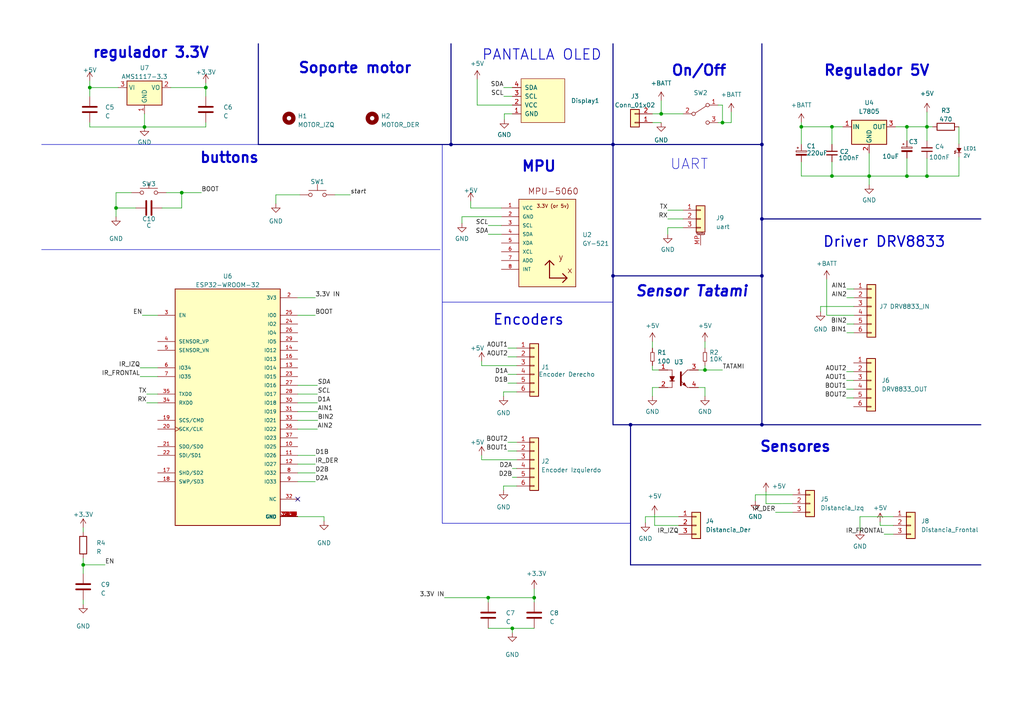
<source format=kicad_sch>
(kicad_sch (version 20230121) (generator eeschema)
  (paper "A4")
  (lib_symbols
    (symbol "+5V_1" (power) (pin_names (offset 0))
      (property "Value" "+5V_1" (at 0 3.556 0))
      (symbol "+5V_1_0_1"
        (polyline (pts (xy -0.762 1.27) (xy 0 2.54)))
        (polyline (pts (xy 0 0) (xy 0 2.54)))
        (polyline (pts (xy 0 2.54) (xy 0.762 1.27)))
      )
      (symbol "+5V_1_1_1"
        (pin power_in line (at 0 0 90) (length 0) hide (name "+5V") (number "1"))
      )
    )
    (symbol "+5V_2" (power) (pin_names (offset 0))
      (property "Value" "+5V_2" (at 0 3.556 0))
      (symbol "+5V_2_0_1"
        (polyline (pts (xy -0.762 1.27) (xy 0 2.54)))
        (polyline (pts (xy 0 0) (xy 0 2.54)))
        (polyline (pts (xy 0 2.54) (xy 0.762 1.27)))
      )
      (symbol "+5V_2_1_1"
        (pin power_in line (at 0 0 90) (length 0) hide (name "+5V") (number "1"))
      )
    )
    (symbol "Connector_Generic:Conn_01x02" (pin_names (offset 1.016) hide)
      (property "Reference" "J" (at 0 2.54 0))
      (property "Value" "Conn_01x02" (at 0 -5.08 0))
      (symbol "Conn_01x02_1_1"
        (rectangle (start -1.27 -2.413) (end 0 -2.667) (stroke (width 0.1524)))
        (rectangle (start -1.27 0.127) (end 0 -0.127) (stroke (width 0.1524)))
        (rectangle (start -1.27 1.27) (end 1.27 -3.81) (stroke (width 0.254)) (fill (type background)))
        (pin passive line (at -5.08 0 0) (length 3.81) (name "Pin_1") (number "1"))
        (pin passive line (at -5.08 -2.54 0) (length 3.81) (name "Pin_2") (number "2"))
      )
    )
    (symbol "Connector_Generic:Conn_01x03" (pin_names (offset 1.016) hide)
      (property "Reference" "J" (at 0 5.08 0))
      (property "Value" "Conn_01x03" (at 0 -5.08 0))
      (symbol "Conn_01x03_1_1"
        (rectangle (start -1.27 -2.413) (end 0 -2.667) (stroke (width 0.1524)))
        (rectangle (start -1.27 0.127) (end 0 -0.127) (stroke (width 0.1524)))
        (rectangle (start -1.27 2.667) (end 0 2.413) (stroke (width 0.1524)))
        (rectangle (start -1.27 3.81) (end 1.27 -3.81) (stroke (width 0.254)) (fill (type background)))
        (pin passive line (at -5.08 2.54 0) (length 3.81) (name "Pin_1") (number "1"))
        (pin passive line (at -5.08 0 0) (length 3.81) (name "Pin_2") (number "2"))
        (pin passive line (at -5.08 -2.54 0) (length 3.81) (name "Pin_3") (number "3"))
      )
    )
    (symbol "Connector_Generic:Conn_01x06" (pin_names (offset 1.016) hide)
      (property "Reference" "J" (at 0 7.62 0))
      (property "Value" "Conn_01x06" (at 0 -10.16 0))
      (symbol "Conn_01x06_1_1"
        (rectangle (start -1.27 -7.493) (end 0 -7.747) (stroke (width 0.1524)))
        (rectangle (start -1.27 -4.953) (end 0 -5.207) (stroke (width 0.1524)))
        (rectangle (start -1.27 -2.413) (end 0 -2.667) (stroke (width 0.1524)))
        (rectangle (start -1.27 0.127) (end 0 -0.127) (stroke (width 0.1524)))
        (rectangle (start -1.27 2.667) (end 0 2.413) (stroke (width 0.1524)))
        (rectangle (start -1.27 5.207) (end 0 4.953) (stroke (width 0.1524)))
        (rectangle (start -1.27 6.35) (end 1.27 -8.89) (stroke (width 0.254)) (fill (type background)))
        (pin passive line (at -5.08 5.08 0) (length 3.81) (name "Pin_1") (number "1"))
        (pin passive line (at -5.08 2.54 0) (length 3.81) (name "Pin_2") (number "2"))
        (pin passive line (at -5.08 0 0) (length 3.81) (name "Pin_3") (number "3"))
        (pin passive line (at -5.08 -2.54 0) (length 3.81) (name "Pin_4") (number "4"))
        (pin passive line (at -5.08 -5.08 0) (length 3.81) (name "Pin_5") (number "5"))
        (pin passive line (at -5.08 -7.62 0) (length 3.81) (name "Pin_6") (number "6"))
      )
    )
    (symbol "Connector_Generic_MountingPin:Conn_01x03_MountingPin" (pin_names (offset 1.016) hide)
      (property "Reference" "J" (at 0 5.08 0))
      (property "Value" "Conn_01x03_MountingPin" (at 1.27 -5.08 0))
      (symbol "Conn_01x03_MountingPin_1_1"
        (rectangle (start -1.27 -2.413) (end 0 -2.667) (stroke (width 0.1524)))
        (rectangle (start -1.27 0.127) (end 0 -0.127) (stroke (width 0.1524)))
        (rectangle (start -1.27 2.667) (end 0 2.413) (stroke (width 0.1524)))
        (rectangle (start -1.27 3.81) (end 1.27 -3.81) (stroke (width 0.254)) (fill (type background)))
        (polyline (pts (xy -1.016 -4.572) (xy 1.016 -4.572)) (stroke (width 0.1524)))
        (text "Mounting" (at 0 -4.191 0) (effects (font (size 0.381 0.381))))
        (pin passive line (at -5.08 2.54 0) (length 3.81) (name "Pin_1") (number "1"))
        (pin passive line (at -5.08 0 0) (length 3.81) (name "Pin_2") (number "2"))
        (pin passive line (at -5.08 -2.54 0) (length 3.81) (name "Pin_3") (number "3"))
        (pin passive line (at 0 -7.62 90) (length 3.048) (name "MountPin") (number "MP"))
      )
    )
    (symbol "Device:C" (pin_numbers hide) (pin_names (offset 0.254))
      (property "Reference" "C" (at 0.635 2.54 0))
      (property "Value" "C" (at 0.635 -2.54 0))
      (symbol "C_0_1"
        (polyline (pts (xy -2.032 -0.762) (xy 2.032 -0.762)) (stroke (width 0.508)))
        (polyline (pts (xy -2.032 0.762) (xy 2.032 0.762)) (stroke (width 0.508)))
      )
      (symbol "C_1_1"
        (pin passive line (at 0 3.81 270) (length 2.794) (name "~") (number "1"))
        (pin passive line (at 0 -3.81 90) (length 2.794) (name "~") (number "2"))
      )
    )
    (symbol "Device:C_Polarized_Small" (pin_numbers hide) (pin_names (offset 0.254) hide)
      (property "Reference" "C" (at 0.254 1.778 0))
      (property "Value" "C_Polarized_Small" (at 0.254 -2.032 0))
      (symbol "C_Polarized_Small_0_1"
        (rectangle (start -1.524 -0.3048) (end 1.524 -0.6858) (fill (type outline)))
        (rectangle (start -1.524 0.6858) (end 1.524 0.3048))
        (polyline (pts (xy -1.27 1.524) (xy -0.762 1.524)))
        (polyline (pts (xy -1.016 1.27) (xy -1.016 1.778)))
      )
      (symbol "C_Polarized_Small_1_1"
        (pin passive line (at 0 2.54 270) (length 1.8542) (name "~") (number "1"))
        (pin passive line (at 0 -2.54 90) (length 1.8542) (name "~") (number "2"))
      )
    )
    (symbol "Device:C_Small" (pin_numbers hide) (pin_names (offset 0.254) hide)
      (property "Reference" "C" (at 0.254 1.778 0))
      (property "Value" "C_Small" (at 0.254 -2.032 0))
      (symbol "C_Small_0_1"
        (polyline (pts (xy -1.524 -0.508) (xy 1.524 -0.508)) (stroke (width 0.3302)))
        (polyline (pts (xy -1.524 0.508) (xy 1.524 0.508)) (stroke (width 0.3048)))
      )
      (symbol "C_Small_1_1"
        (pin passive line (at 0 2.54 270) (length 2.032) (name "~") (number "1"))
        (pin passive line (at 0 -2.54 90) (length 2.032) (name "~") (number "2"))
      )
    )
    (symbol "Device:R" (pin_numbers hide) (pin_names (offset 0))
      (property "Reference" "R" (at 2.032 0 90))
      (property "Value" "R" (at 0 0 90))
      (symbol "R_0_1"
        (rectangle (start -1.016 -2.54) (end 1.016 2.54) (stroke (width 0.254)))
      )
      (symbol "R_1_1"
        (pin passive line (at 0 3.81 270) (length 1.27) (name "~") (number "1"))
        (pin passive line (at 0 -3.81 90) (length 1.27) (name "~") (number "2"))
      )
    )
    (symbol "EESTN5:Conn_01x06" (pin_names (offset 1.016) hide)
      (property "Reference" "J" (at 0 7.62 0))
      (property "Value" "Conn_01x06" (at 0 -10.16 0))
      (symbol "Conn_01x06_1_1"
        (rectangle (start -1.27 -7.493) (end 0 -7.747) (stroke (width 0.1524)))
        (rectangle (start -1.27 -4.953) (end 0 -5.207) (stroke (width 0.1524)))
        (rectangle (start -1.27 -2.413) (end 0 -2.667) (stroke (width 0.1524)))
        (rectangle (start -1.27 0.127) (end 0 -0.127) (stroke (width 0.1524)))
        (rectangle (start -1.27 2.667) (end 0 2.413) (stroke (width 0.1524)))
        (rectangle (start -1.27 5.207) (end 0 4.953) (stroke (width 0.1524)))
        (rectangle (start -1.27 6.35) (end 1.27 -8.89) (stroke (width 0.254)) (fill (type background)))
        (pin passive line (at -5.08 5.08 0) (length 3.81) (name "Pin_1") (number "1"))
        (pin passive line (at -5.08 2.54 0) (length 3.81) (name "Pin_2") (number "2"))
        (pin passive line (at -5.08 0 0) (length 3.81) (name "Pin_3") (number "3"))
        (pin passive line (at -5.08 -2.54 0) (length 3.81) (name "Pin_4") (number "4"))
        (pin passive line (at -5.08 -5.08 0) (length 3.81) (name "Pin_5") (number "5"))
        (pin passive line (at -5.08 -7.62 0) (length 3.81) (name "Pin_6") (number "6"))
      )
    )
    (symbol "EESTN5:LED" (pin_numbers hide) (pin_names (offset 1.016) hide)
      (property "Reference" "LED" (at 0 2.54 0))
      (property "Value" "LED" (at 0 -2.54 0))
      (symbol "LED_0_1"
        (polyline (pts (xy 0.508 -0.762) (xy 1.016 -1.27) (xy 1.016 -1.27)))
        (polyline (pts (xy 1.016 -0.762) (xy 1.524 -1.27) (xy 1.524 -1.27)))
        (polyline (pts (xy 1.27 -0.635) (xy 1.27 0.635) (xy 1.27 0.635)))
        (polyline (pts (xy 1.27 0) (xy 0 0.635) (xy 0 -0.635) (xy 0 -0.635)) (fill (type outline)))
        (polyline (pts (xy 1.524 -1.27) (xy 1.27 -1.27) (xy 1.524 -1.016) (xy 1.524 -1.27) (xy 1.524 -1.27)) (fill (type outline)))
        (polyline (pts (xy 1.016 -1.27) (xy 0.762 -1.27) (xy 1.016 -1.016) (xy 1.016 -1.27) (xy 1.016 -1.27) (xy 1.016 -1.27)) (fill (type outline)))
      )
      (symbol "LED_1_1"
        (pin passive line (at -1.27 0 0) (length 1.27) (name "A") (number "1"))
        (pin passive line (at 2.54 0 180) (length 1.27) (name "K") (number "2"))
      )
    )
    (symbol "EESTN5:QRE1113" (pin_names (offset 1.016))
      (property "Reference" "U" (at -5.08 5.08 0))
      (property "Datasheet" "https://www.fairchildsemi.com/products/optoelectronics/infrared/reflective-sensors/QRE1113.html" (at -1.27 0 0))
      (symbol "QRE1113_0_1"
        (rectangle (start -2.54 -2.54) (end -1.27 -2.54))
        (rectangle (start -2.54 2.54) (end -1.27 2.54))
        (rectangle (start -1.27 -2.54) (end -1.27 0))
        (rectangle (start -1.27 1.27) (end -1.27 0))
        (rectangle (start -1.27 2.54) (end -1.27 1.27))
        (polyline (pts (xy -1.905 -0.635) (xy -0.635 -0.635)) (stroke (width 0.254)))
        (polyline (pts (xy 1.27 0.635) (xy 3.175 2.54)))
        (polyline (pts (xy 3.175 -2.54) (xy 1.27 -0.635)) (fill (type outline)))
        (polyline (pts (xy 3.175 -2.54) (xy 3.81 -2.54)))
        (polyline (pts (xy 3.175 2.54) (xy 3.81 2.54)))
        (polyline (pts (xy 1.27 1.905) (xy 1.27 -1.905) (xy 1.27 -1.905)) (stroke (width 0.508)))
        (polyline (pts (xy -1.27 -0.635) (xy -1.905 0.635) (xy -0.635 0.635) (xy -1.27 -0.635)) (stroke (width 0.254)) (fill (type outline)))
        (polyline (pts (xy 1.778 -1.651) (xy 2.286 -1.143) (xy 2.794 -2.159) (xy 1.778 -1.651) (xy 1.778 -1.651)) (fill (type outline)))
      )
      (symbol "QRE1113_1_1"
        (pin passive line (at -5.08 2.54 0) (length 2.54) (name "~") (number "1"))
        (pin passive line (at -5.08 -2.54 0) (length 2.54) (name "~") (number "2"))
        (pin passive line (at 6.35 2.54 180) (length 2.54) (name "~") (number "3"))
        (pin passive line (at 6.35 -2.54 180) (length 2.54) (name "~") (number "4"))
      )
    )
    (symbol "EESTN5:R" (pin_numbers hide) (pin_names (offset 0))
      (property "Reference" "R" (at -1.27 0 90))
      (property "Value" "R" (at 1.27 0 90))
      (symbol "R_0_1"
        (rectangle (start 0.508 1.27) (end -0.508 -1.27))
      )
      (symbol "R_1_1"
        (pin passive line (at 0 2.54 270) (length 1.27) (name "~") (number "1"))
        (pin passive line (at 0 -2.54 90) (length 1.27) (name "~") (number "2"))
      )
    )
    (symbol "EESTN5:SSD1306-SSD1306-128x64_OLED" (pin_names (offset 1.016))
      (property "Reference" "Display" (at 0 -3.81 0))
      (symbol "SSD1306-SSD1306-128x64_OLED_0_1"
        (rectangle (start -6.35 6.35) (end 6.35 -6.35) (fill (type background)))
      )
      (symbol "SSD1306-SSD1306-128x64_OLED_1_1"
        (pin input line (at -3.81 8.89 270) (length 2.54) (name "GND") (number "1"))
        (pin input line (at -1.27 8.89 270) (length 2.54) (name "VCC") (number "2"))
        (pin input line (at 1.27 8.89 270) (length 2.54) (name "SCL") (number "3"))
        (pin input line (at 3.81 8.89 270) (length 2.54) (name "SDA") (number "4"))
      )
    )
    (symbol "EESTN5:SW_Push" (pin_numbers hide) (pin_names (offset 1.016) hide)
      (property "Reference" "SW" (at 1.27 2.54 0))
      (symbol "SW_Push_0_1"
        (circle (center -2.032 0) (radius 0.508))
        (polyline (pts (xy 0 1.27) (xy 0 3.048)))
        (polyline (pts (xy 2.54 1.27) (xy -2.54 1.27)))
        (circle (center 2.032 0) (radius 0.508))
        (pin passive line (at -5.08 0 0) (length 2.54) (name "1") (number "1"))
        (pin passive line (at 5.08 0 180) (length 2.54) (name "2") (number "2"))
      )
    )
    (symbol "EESTN5:SW_SPDT" (pin_names (offset 0) hide)
      (property "Reference" "SW" (at 0 4.318 0))
      (symbol "SW_SPDT_0_0"
        (circle (center -2.032 0) (radius 0.508))
        (circle (center 2.032 -2.54) (radius 0.508))
      )
      (symbol "SW_SPDT_0_1"
        (polyline (pts (xy -1.524 0.254) (xy 1.651 2.286)))
        (circle (center 2.032 2.54) (radius 0.508))
      )
      (symbol "SW_SPDT_1_1"
        (pin passive line (at 5.08 2.54 180) (length 2.54) (name "A") (number "1"))
        (pin passive line (at -5.08 0 0) (length 2.54) (name "B") (number "2"))
        (pin passive line (at 5.08 -2.54 180) (length 2.54) (name "C") (number "3"))
      )
    )
    (symbol "ESP32-WROOM-32:ESP32-WROOM-32" (pin_names (offset 1.016))
      (property "Reference" "U" (at -15.0368 36.6776 0))
      (property "Value" "ESP32-WROOM-32" (at -15.2908 -35.6616 0))
      (symbol "ESP32-WROOM-32_0_0"
        (rectangle (start -15.24 -33.02) (end 15.24 35.56) (stroke (width 0.254)) (fill (type background)))
        (pin power_in line (at 20.32 -30.48 180) (length 5.08) (name "GND") (number "1"))
        (pin bidirectional line (at 20.32 -10.16 180) (length 5.08) (name "IO25") (number "10"))
        (pin bidirectional line (at 20.32 -12.7 180) (length 5.08) (name "IO26") (number "11"))
        (pin bidirectional line (at 20.32 -15.24 180) (length 5.08) (name "IO27") (number "12"))
        (pin bidirectional line (at 20.32 12.7 180) (length 5.08) (name "IO14") (number "13"))
        (pin bidirectional line (at 20.32 17.78 180) (length 5.08) (name "IO12") (number "14"))
        (pin power_in line (at 20.32 -30.48 180) (length 5.08) (name "GND") (number "15"))
        (pin bidirectional line (at 20.32 15.24 180) (length 5.08) (name "IO13") (number "16"))
        (pin bidirectional line (at -20.32 -17.78 0) (length 5.08) (name "SHD/SD2") (number "17"))
        (pin bidirectional line (at -20.32 -20.32 0) (length 5.08) (name "SWP/SD3") (number "18"))
        (pin bidirectional line (at -20.32 -2.54 0) (length 5.08) (name "SCS/CMD") (number "19"))
        (pin power_in line (at 20.32 33.02 180) (length 5.08) (name "3V3") (number "2"))
        (pin bidirectional clock (at -20.32 -5.08 0) (length 5.08) (name "SCK/CLK") (number "20"))
        (pin bidirectional line (at -20.32 -10.16 0) (length 5.08) (name "SDO/SD0") (number "21"))
        (pin bidirectional line (at -20.32 -12.7 0) (length 5.08) (name "SDI/SD1") (number "22"))
        (pin bidirectional line (at 20.32 10.16 180) (length 5.08) (name "IO15") (number "23"))
        (pin bidirectional line (at 20.32 25.4 180) (length 5.08) (name "IO2") (number "24"))
        (pin bidirectional line (at 20.32 27.94 180) (length 5.08) (name "IO0") (number "25"))
        (pin bidirectional line (at 20.32 22.86 180) (length 5.08) (name "IO4") (number "26"))
        (pin bidirectional line (at 20.32 7.62 180) (length 5.08) (name "IO16") (number "27"))
        (pin bidirectional line (at 20.32 5.08 180) (length 5.08) (name "IO17") (number "28"))
        (pin bidirectional line (at 20.32 20.32 180) (length 5.08) (name "IO5") (number "29"))
        (pin input line (at -20.32 27.94 0) (length 5.08) (name "EN") (number "3"))
        (pin bidirectional line (at 20.32 2.54 180) (length 5.08) (name "IO18") (number "30"))
        (pin bidirectional line (at 20.32 0 180) (length 5.08) (name "IO19") (number "31"))
        (pin no_connect line (at 20.32 -25.4 180) (length 5.08) (name "NC") (number "32"))
        (pin bidirectional line (at 20.32 -2.54 180) (length 5.08) (name "IO21") (number "33"))
        (pin bidirectional line (at -20.32 2.54 0) (length 5.08) (name "RXD0") (number "34"))
        (pin bidirectional line (at -20.32 5.08 0) (length 5.08) (name "TXD0") (number "35"))
        (pin bidirectional line (at 20.32 -5.08 180) (length 5.08) (name "IO22") (number "36"))
        (pin bidirectional line (at 20.32 -7.62 180) (length 5.08) (name "IO23") (number "37"))
        (pin power_in line (at 20.32 -30.48 180) (length 5.08) (name "GND") (number "38"))
        (pin power_in line (at 20.32 -30.48 180) (length 5.08) (name "GND") (number "39_1"))
        (pin power_in line (at 20.32 -30.48 180) (length 5.08) (name "GND") (number "39_10"))
        (pin power_in line (at 20.32 -30.48 180) (length 5.08) (name "GND") (number "39_11"))
        (pin power_in line (at 20.32 -30.48 180) (length 5.08) (name "GND") (number "39_12"))
        (pin power_in line (at 20.32 -30.48 180) (length 5.08) (name "GND") (number "39_13"))
        (pin power_in line (at 20.32 -30.48 180) (length 5.08) (name "GND") (number "39_14"))
        (pin power_in line (at 20.32 -30.48 180) (length 5.08) (name "GND") (number "39_15"))
        (pin power_in line (at 20.32 -30.48 180) (length 5.08) (name "GND") (number "39_16"))
        (pin power_in line (at 20.32 -30.48 180) (length 5.08) (name "GND") (number "39_17"))
        (pin power_in line (at 20.32 -30.48 180) (length 5.08) (name "GND") (number "39_18"))
        (pin power_in line (at 20.32 -30.48 180) (length 5.08) (name "GND") (number "39_19"))
        (pin power_in line (at 20.32 -30.48 180) (length 5.08) (name "GND") (number "39_2"))
        (pin power_in line (at 20.32 -30.48 180) (length 5.08) (name "GND") (number "39_20"))
        (pin power_in line (at 20.32 -30.48 180) (length 5.08) (name "GND") (number "39_21"))
        (pin power_in line (at 20.32 -30.48 180) (length 5.08) (name "GND") (number "39_3"))
        (pin power_in line (at 20.32 -30.48 180) (length 5.08) (name "GND") (number "39_4"))
        (pin power_in line (at 20.32 -30.48 180) (length 5.08) (name "GND") (number "39_5"))
        (pin power_in line (at 20.32 -30.48 180) (length 5.08) (name "GND") (number "39_6"))
        (pin power_in line (at 20.32 -30.48 180) (length 5.08) (name "GND") (number "39_7"))
        (pin power_in line (at 20.32 -30.48 180) (length 5.08) (name "GND") (number "39_8"))
        (pin power_in line (at 20.32 -30.48 180) (length 5.08) (name "GND") (number "39_9"))
        (pin input line (at -20.32 20.32 0) (length 5.08) (name "SENSOR_VP") (number "4"))
        (pin input line (at -20.32 17.78 0) (length 5.08) (name "SENSOR_VN") (number "5"))
        (pin input line (at -20.32 12.7 0) (length 5.08) (name "IO34") (number "6"))
        (pin input line (at -20.32 10.16 0) (length 5.08) (name "IO35") (number "7"))
        (pin bidirectional line (at 20.32 -17.78 180) (length 5.08) (name "IO32") (number "8"))
        (pin bidirectional line (at 20.32 -20.32 180) (length 5.08) (name "IO33") (number "9"))
      )
    )
    (symbol "GND_1" (power) (pin_names (offset 0))
      (property "Value" "GND_1" (at 0 -3.81 0))
      (symbol "GND_1_0_1"
        (polyline (pts (xy 0 0) (xy 0 -1.27) (xy 1.27 -1.27) (xy 0 -2.54) (xy -1.27 -1.27) (xy 0 -1.27)))
      )
      (symbol "GND_1_1_1"
        (pin power_in line (at 0 0 270) (length 0) hide (name "GND") (number "1"))
      )
    )
    (symbol "GND_2" (power) (pin_names (offset 0))
      (property "Value" "GND_2" (at 0 -3.81 0))
      (symbol "GND_2_0_1"
        (polyline (pts (xy 0 0) (xy 0 -1.27) (xy 1.27 -1.27) (xy 0 -2.54) (xy -1.27 -1.27) (xy 0 -1.27)))
      )
      (symbol "GND_2_1_1"
        (pin power_in line (at 0 0 270) (length 0) hide (name "GND") (number "1"))
      )
    )
    (symbol "GND_3" (power) (pin_names (offset 0))
      (property "Value" "GND_3" (at 0 -3.81 0))
      (symbol "GND_3_0_1"
        (polyline (pts (xy 0 0) (xy 0 -1.27) (xy 1.27 -1.27) (xy 0 -2.54) (xy -1.27 -1.27) (xy 0 -1.27)))
      )
      (symbol "GND_3_1_1"
        (pin power_in line (at 0 0 270) (length 0) hide (name "GND") (number "1"))
      )
    )
    (symbol "GND_4" (power) (pin_names (offset 0))
      (property "Value" "GND_4" (at 0 -3.81 0))
      (symbol "GND_4_0_1"
        (polyline (pts (xy 0 0) (xy 0 -1.27) (xy 1.27 -1.27) (xy 0 -2.54) (xy -1.27 -1.27) (xy 0 -1.27)))
      )
      (symbol "GND_4_1_1"
        (pin power_in line (at 0 0 270) (length 0) hide (name "GND") (number "1"))
      )
    )
    (symbol "GND_5" (power) (pin_names (offset 0))
      (property "Value" "GND_5" (at 0 -3.81 0))
      (symbol "GND_5_0_1"
        (polyline (pts (xy 0 0) (xy 0 -1.27) (xy 1.27 -1.27) (xy 0 -2.54) (xy -1.27 -1.27) (xy 0 -1.27)))
      )
      (symbol "GND_5_1_1"
        (pin power_in line (at 0 0 270) (length 0) hide (name "GND") (number "1"))
      )
    )
    (symbol "GND_6" (power) (pin_names (offset 0))
      (property "Value" "GND_6" (at 0 -3.81 0))
      (symbol "GND_6_0_1"
        (polyline (pts (xy 0 0) (xy 0 -1.27) (xy 1.27 -1.27) (xy 0 -2.54) (xy -1.27 -1.27) (xy 0 -1.27)))
      )
      (symbol "GND_6_1_1"
        (pin power_in line (at 0 0 270) (length 0) hide (name "GND") (number "1"))
      )
    )
    (symbol "GND_7" (power) (pin_names (offset 0))
      (property "Value" "GND_7" (at 0 -3.81 0))
      (symbol "GND_7_0_1"
        (polyline (pts (xy 0 0) (xy 0 -1.27) (xy 1.27 -1.27) (xy 0 -2.54) (xy -1.27 -1.27) (xy 0 -1.27)))
      )
      (symbol "GND_7_1_1"
        (pin power_in line (at 0 0 270) (length 0) hide (name "GND") (number "1"))
      )
    )
    (symbol "GND_8" (power) (pin_names (offset 0))
      (property "Value" "GND_8" (at 0 -3.81 0))
      (symbol "GND_8_0_1"
        (polyline (pts (xy 0 0) (xy 0 -1.27) (xy 1.27 -1.27) (xy 0 -2.54) (xy -1.27 -1.27) (xy 0 -1.27)))
      )
      (symbol "GND_8_1_1"
        (pin power_in line (at 0 0 270) (length 0) hide (name "GND") (number "1"))
      )
    )
    (symbol "GND_9" (power) (pin_names (offset 0))
      (property "Value" "GND_9" (at 0 -3.81 0))
      (symbol "GND_9_0_1"
        (polyline (pts (xy 0 0) (xy 0 -1.27) (xy 1.27 -1.27) (xy 0 -2.54) (xy -1.27 -1.27) (xy 0 -1.27)))
      )
      (symbol "GND_9_1_1"
        (pin power_in line (at 0 0 270) (length 0) hide (name "GND") (number "1"))
      )
    )
    (symbol "Librerias:MPU-5060" (pin_names (offset 1.016))
      (property "Reference" "U1" (at 9.525 1.905 0))
      (property "Value" "GY-521" (at 9.525 0 0))
      (symbol "MPU-5060_0_0"
        (polyline (pts (xy 0.635 -11.43) (xy 0.635 -6.35)) (stroke (width 0.3048)))
        (polyline (pts (xy 0.635 -11.43) (xy 5.715 -11.43)) (stroke (width 0.3048)))
        (polyline (pts (xy 0.635 -6.35) (xy -0.635 -7.62)) (stroke (width 0.3048)))
        (polyline (pts (xy 0.635 -6.35) (xy 1.905 -7.62)) (stroke (width 0.3048)))
        (polyline (pts (xy 5.715 -11.43) (xy 4.445 -12.7)) (stroke (width 0.3048)))
        (polyline (pts (xy 5.715 -11.43) (xy 4.445 -10.16)) (stroke (width 0.3048)))
        (text "x" (at 5.715 -10.16 0) (effects (font (size 1.778 1.778)) (justify left bottom)))
        (text "y" (at 3.175 -6.35 0) (effects (font (size 1.778 1.778)) (justify left bottom)))
      )
      (symbol "MPU-5060_1_0"
        (rectangle (start -8.255 11.43) (end 8.255 -13.97) (stroke (width 0.2)) (fill (type background)))
        (text "3.3V (or 5v)" (at -3.175 8.89 0) (effects (font (size 1 1)) (justify left bottom)))
        (text "MPU-5060\n" (at -5.715 12.7 0) (effects (font (size 1.778 1.778)) (justify left bottom)))
        (pin bidirectional line (at -13.335 8.89 0) (length 5.08) (name "VCC") (number "1"))
        (pin bidirectional line (at -13.335 6.35 0) (length 5.08) (name "GND") (number "2"))
        (pin bidirectional line (at -13.335 3.81 0) (length 5.08) (name "SCL") (number "3"))
        (pin bidirectional line (at -13.335 1.27 0) (length 5.08) (name "SDA") (number "4"))
        (pin bidirectional line (at -13.335 -1.27 0) (length 5.08) (name "XDA") (number "5"))
        (pin bidirectional line (at -13.335 -3.81 0) (length 5.08) (name "XCL") (number "6"))
        (pin bidirectional line (at -13.335 -6.35 0) (length 5.08) (name "ADO") (number "7"))
        (pin bidirectional line (at -13.335 -8.89 0) (length 5.08) (name "INT") (number "8"))
      )
    )
    (symbol "Mechanical:MountingHole" (pin_names (offset 1.016))
      (property "Reference" "H" (at 0 5.08 0))
      (property "Value" "MountingHole" (at 0 3.175 0))
      (symbol "MountingHole_0_1"
        (circle (center 0 0) (radius 1.27) (stroke (width 1.27)))
      )
    )
    (symbol "Regulator_Linear:AMS1117-3.3"
      (property "Reference" "U" (at -3.81 3.175 0))
      (property "Value" "AMS1117-3.3" (at 0 3.175 0))
      (symbol "AMS1117-3.3_0_1"
        (rectangle (start -5.08 -5.08) (end 5.08 1.905) (stroke (width 0.254)) (fill (type background)))
      )
      (symbol "AMS1117-3.3_1_1"
        (pin power_in line (at 0 -7.62 90) (length 2.54) (name "GND") (number "1"))
        (pin power_out line (at 7.62 0 180) (length 2.54) (name "VO") (number "2"))
        (pin power_in line (at -7.62 0 0) (length 2.54) (name "VI") (number "3"))
      )
    )
    (symbol "Regulator_Linear:L7805" (pin_names (offset 0.254))
      (property "Reference" "U" (at -3.81 3.175 0))
      (property "Value" "L7805" (at 0 3.175 0))
      (symbol "L7805_0_1"
        (rectangle (start -5.08 1.905) (end 5.08 -5.08) (stroke (width 0.254)) (fill (type background)))
      )
      (symbol "L7805_1_1"
        (pin power_in line (at -7.62 0 0) (length 2.54) (name "IN") (number "1"))
        (pin power_in line (at 0 -7.62 90) (length 2.54) (name "GND") (number "2"))
        (pin power_out line (at 7.62 0 180) (length 2.54) (name "OUT") (number "3"))
      )
    )
    (symbol "power:+3.3V" (power) (pin_names (offset 0))
      (property "Value" "+3.3V" (at 0 3.556 0))
      (symbol "+3.3V_0_1"
        (polyline (pts (xy -0.762 1.27) (xy 0 2.54)))
        (polyline (pts (xy 0 0) (xy 0 2.54)))
        (polyline (pts (xy 0 2.54) (xy 0.762 1.27)))
      )
      (symbol "+3.3V_1_1"
        (pin power_in line (at 0 0 90) (length 0) hide (name "+3.3V") (number "1"))
      )
    )
    (symbol "power:+5V" (power) (pin_names (offset 0))
      (property "Value" "+5V" (at 0 3.556 0))
      (symbol "+5V_0_1"
        (polyline (pts (xy -0.762 1.27) (xy 0 2.54)))
        (polyline (pts (xy 0 0) (xy 0 2.54)))
        (polyline (pts (xy 0 2.54) (xy 0.762 1.27)))
      )
      (symbol "+5V_1_1"
        (pin power_in line (at 0 0 90) (length 0) hide (name "+5V") (number "1"))
      )
    )
    (symbol "power:+BATT" (power) (pin_names (offset 0))
      (property "Value" "+BATT" (at 0 3.556 0))
      (symbol "+BATT_0_1"
        (polyline (pts (xy -0.762 1.27) (xy 0 2.54)))
        (polyline (pts (xy 0 0) (xy 0 2.54)))
        (polyline (pts (xy 0 2.54) (xy 0.762 1.27)))
      )
      (symbol "+BATT_1_1"
        (pin power_in line (at 0 0 90) (length 0) hide (name "+BATT") (number "1"))
      )
    )
    (symbol "power:GND" (power) (pin_names (offset 0))
      (property "Value" "GND" (at 0 -3.81 0))
      (symbol "GND_0_1"
        (polyline (pts (xy 0 0) (xy 0 -1.27) (xy 1.27 -1.27) (xy 0 -2.54) (xy -1.27 -1.27) (xy 0 -1.27)))
      )
      (symbol "GND_1_1"
        (pin power_in line (at 0 0 270) (length 0) hide (name "GND") (number "1"))
      )
    )
  )
  (junction (at 263.0424 51.0794))
  (junction (at 220.98 123.19))
  (junction (at 204.47 107.315))
  (junction (at 33.655 60.325))
  (junction (at 177.8 80.01))
  (junction (at 241.3 51.054))
  (junction (at 268.859 36.7792))
  (junction (at 130.81 41.91))
  (junction (at 241.3 36.7792))
  (junction (at 220.98 63.5))
  (junction (at 268.859 51.0794))
  (junction (at 154.94 173.355))
  (junction (at 141.605 173.355))
  (junction (at 220.98 80.01))
  (junction (at 263.0424 36.7792))
  (junction (at 52.705 55.88))
  (junction (at 209.55 35.56))
  (junction (at 252.095 51.0794))
  (junction (at 148.59 182.245))
  (junction (at 59.69 25.4))
  (junction (at 177.8 41.91))
  (junction (at 191.77 33.02))
  (junction (at 41.91 36.83))
  (junction (at 26.035 25.4))
  (junction (at 24.13 163.83))
  (junction (at 232.41 36.7792))
  (junction (at 220.98 41.91))
  (junction (at 182.88 123.19))
  (no_connect (at 86.36 144.78))
  (wire (pts (xy 147.32 108.585) (xy 149.86 108.585)))
  (wire (pts (xy 86.36 137.16) (xy 91.44 137.16)))
  (wire (pts (xy 252.095 53.594) (xy 252.095 51.0794)))
  (wire (pts (xy 141.605 67.945) (xy 145.415 67.945)))
  (wire (pts (xy 154.94 170.815) (xy 154.94 173.355)))
  (wire (pts (xy 237.998 88.9) (xy 237.998 90.424)))
  (wire (pts (xy 268.859 45.9232) (xy 268.859 51.0794)))
  (wire (pts (xy 59.69 24.13) (xy 59.69 25.4)))
  (wire (pts (xy 222.1738 142.6464) (xy 222.1738 146.0754)))
  (wire (pts (xy 42.545 116.84) (xy 45.72 116.84)))
  (wire (pts (xy 263.0424 51.0794) (xy 268.859 51.0794)))
  (wire (pts (xy 139.7 133.35) (xy 149.86 133.35)))
  (wire (pts (xy 86.36 132.08) (xy 91.44 132.08)))
  (wire (pts (xy 241.3 46.9392) (xy 241.3 51.054)))
  (wire (pts (xy 128.905 173.355) (xy 141.605 173.355)))
  (wire (pts (xy 86.36 86.36) (xy 91.44 86.36)))
  (wire (pts (xy 146.1262 27.94) (xy 148.59 27.94)))
  (wire (pts (xy 24.13 163.83) (xy 30.48 163.83)))
  (wire (pts (xy 249.428 149.86) (xy 249.428 153.8986)))
  (wire (pts (xy 278.13 36.7792) (xy 278.13 41.7322)))
  (wire (pts (xy 139.7 132.08) (xy 139.7 133.35)))
  (wire (pts (xy 241.3 51.054) (xy 241.3 51.0794)))
  (wire (pts (xy 147.32 130.81) (xy 149.86 130.81)))
  (wire (pts (xy 241.3 36.7792) (xy 241.3 41.8592)))
  (wire (pts (xy 148.59 30.48) (xy 138.4046 30.48)))
  (wire (pts (xy 133.985 62.865) (xy 133.985 64.77)))
  (wire (pts (xy 26.035 25.4) (xy 26.035 27.94)))
  (bus (pts (xy 74.93 12.7) (xy 74.93 41.91)))
  (wire (pts (xy 148.59 182.245) (xy 154.94 182.245)))
  (wire (pts (xy 189.865 152.4) (xy 196.85 152.4)))
  (wire (pts (xy 209.55 30.48) (xy 209.55 35.56)))
  (wire (pts (xy 191.135 107.315) (xy 189.23 107.315)))
  (polyline (pts (xy 128.27 87.63) (xy 128.27 151.765)))
  (wire (pts (xy 146.05 140.97) (xy 149.86 140.97)))
  (bus (pts (xy 130.81 12.7) (xy 130.81 41.91)))
  (wire (pts (xy 191.77 29.21) (xy 191.77 33.02)))
  (wire (pts (xy 146.05 114.935) (xy 146.05 113.665)))
  (wire (pts (xy 247.65 88.9) (xy 237.998 88.9)))
  (bus (pts (xy 220.98 80.01) (xy 220.98 123.19)))
  (wire (pts (xy 229.87 148.59) (xy 224.917 148.59)))
  (wire (pts (xy 252.095 44.3992) (xy 252.095 51.0794)))
  (wire (pts (xy 252.095 51.0794) (xy 263.0424 51.0794)))
  (wire (pts (xy 208.28 30.48) (xy 209.55 30.48)))
  (wire (pts (xy 139.7 106.045) (xy 149.86 106.045)))
  (wire (pts (xy 268.859 32.4866) (xy 268.859 36.7792)))
  (wire (pts (xy 139.7 104.775) (xy 139.7 106.045)))
  (wire (pts (xy 204.47 107.315) (xy 209.55 107.315)))
  (wire (pts (xy 145.415 60.325) (xy 136.525 60.325)))
  (wire (pts (xy 42.545 114.3) (xy 45.72 114.3)))
  (wire (pts (xy 86.36 119.38) (xy 92.1258 119.38)))
  (wire (pts (xy 59.69 36.83) (xy 59.69 35.56)))
  (wire (pts (xy 33.655 55.88) (xy 33.655 60.325)))
  (wire (pts (xy 204.47 112.395) (xy 202.565 112.395)))
  (wire (pts (xy 133.985 62.865) (xy 145.415 62.865)))
  (bus (pts (xy 177.8 80.01) (xy 177.8 123.19)))
  (wire (pts (xy 46.99 60.325) (xy 52.705 60.325)))
  (wire (pts (xy 147.32 111.125) (xy 149.86 111.125)))
  (wire (pts (xy 232.41 46.9392) (xy 232.41 51.054)))
  (wire (pts (xy 245.5418 107.7976) (xy 247.5738 107.7976)))
  (wire (pts (xy 256.4384 154.94) (xy 259.08 154.94)))
  (polyline (pts (xy 12.065 72.39) (xy 127.635 72.39)))
  (wire (pts (xy 26.035 25.4) (xy 34.29 25.4)))
  (wire (pts (xy 245.618 86.36) (xy 247.65 86.36)))
  (wire (pts (xy 52.705 60.325) (xy 52.705 55.88)))
  (wire (pts (xy 136.525 58.42) (xy 136.525 60.325)))
  (wire (pts (xy 245.618 83.82) (xy 247.65 83.82)))
  (wire (pts (xy 193.675 66.04) (xy 198.12 66.04)))
  (wire (pts (xy 189.23 107.315) (xy 189.23 106.045)))
  (wire (pts (xy 147.32 128.27) (xy 149.86 128.27)))
  (wire (pts (xy 189.23 99.06) (xy 189.23 100.965)))
  (wire (pts (xy 40.64 109.22) (xy 45.72 109.22)))
  (wire (pts (xy 148.59 138.43) (xy 149.86 138.43)))
  (wire (pts (xy 193.675 66.04) (xy 193.675 67.945)))
  (wire (pts (xy 204.47 114.935) (xy 204.47 112.395)))
  (bus (pts (xy 220.98 41.91) (xy 220.98 63.5)))
  (bus (pts (xy 177.8 41.91) (xy 220.98 41.91)))
  (wire (pts (xy 245.5418 115.4176) (xy 247.5738 115.4176)))
  (bus (pts (xy 130.81 41.91) (xy 177.8 41.91)))
  (bus (pts (xy 182.88 163.83) (xy 284.48 163.83)))
  (wire (pts (xy 259.08 152.4) (xy 255.27 152.4)))
  (polyline (pts (xy 128.27 151.765) (xy 182.88 151.765)))
  (wire (pts (xy 52.705 55.88) (xy 58.42 55.88)))
  (bus (pts (xy 220.98 123.19) (xy 284.48 123.19)))
  (wire (pts (xy 26.035 36.83) (xy 41.91 36.83)))
  (wire (pts (xy 146.05 113.665) (xy 149.86 113.665)))
  (bus (pts (xy 74.93 41.91) (xy 130.81 41.91)))
  (wire (pts (xy 33.655 60.325) (xy 33.655 62.865)))
  (wire (pts (xy 187.198 149.86) (xy 187.198 151.638)))
  (wire (pts (xy 80.01 56.515) (xy 80.01 59.055)))
  (wire (pts (xy 232.41 36.7792) (xy 241.3 36.7792)))
  (wire (pts (xy 86.36 114.3) (xy 92.075 114.3)))
  (wire (pts (xy 26.035 35.56) (xy 26.035 36.83)))
  (wire (pts (xy 259.715 36.7792) (xy 263.0424 36.7792)))
  (wire (pts (xy 148.59 135.89) (xy 149.86 135.89)))
  (wire (pts (xy 86.36 149.86) (xy 93.98 149.86)))
  (wire (pts (xy 24.13 163.83) (xy 24.13 166.37)))
  (wire (pts (xy 259.08 149.86) (xy 249.428 149.86)))
  (wire (pts (xy 93.98 149.86) (xy 93.98 151.13)))
  (wire (pts (xy 241.3 36.7792) (xy 244.475 36.7792)))
  (polyline (pts (xy 128.27 87.63) (xy 177.8 87.63)))
  (wire (pts (xy 147.32 100.965) (xy 149.86 100.965)))
  (wire (pts (xy 49.53 25.4) (xy 59.69 25.4)))
  (wire (pts (xy 278.13 45.5422) (xy 278.13 51.0794)))
  (wire (pts (xy 86.36 139.7) (xy 91.44 139.7)))
  (wire (pts (xy 24.13 161.925) (xy 24.13 163.83)))
  (wire (pts (xy 222.1738 146.0754) (xy 229.87 146.05)))
  (wire (pts (xy 232.41 35.5092) (xy 232.41 36.7792)))
  (wire (pts (xy 146.0754 25.4) (xy 148.59 25.4)))
  (wire (pts (xy 147.32 103.505) (xy 149.86 103.505)))
  (bus (pts (xy 182.88 123.19) (xy 182.88 163.83)))
  (wire (pts (xy 141.605 65.405) (xy 145.415 65.405)))
  (wire (pts (xy 247.65 91.44) (xy 239.776 91.44)))
  (wire (pts (xy 268.859 36.7792) (xy 268.859 40.8432)))
  (wire (pts (xy 239.776 81.026) (xy 239.776 91.44)))
  (wire (pts (xy 245.618 96.52) (xy 247.65 96.52)))
  (wire (pts (xy 86.36 121.92) (xy 92.1512 121.92)))
  (bus (pts (xy 177.8 80.01) (xy 220.98 80.01)))
  (bus (pts (xy 220.98 123.19) (xy 182.88 123.19)))
  (bus (pts (xy 220.98 63.5) (xy 284.48 63.5)))
  (wire (pts (xy 209.55 35.56) (xy 212.09 35.56)))
  (bus (pts (xy 220.98 63.5) (xy 220.98 80.01)))
  (wire (pts (xy 241.3 51.0794) (xy 252.095 51.0794)))
  (wire (pts (xy 204.47 99.06) (xy 204.47 100.965)))
  (wire (pts (xy 219.075 143.51) (xy 229.87 143.51)))
  (wire (pts (xy 41.91 33.02) (xy 41.91 36.83)))
  (bus (pts (xy 177.8 41.91) (xy 177.8 80.01)))
  (wire (pts (xy 255.27 151.384) (xy 255.27 152.4)))
  (wire (pts (xy 189.23 33.02) (xy 191.77 33.02)))
  (wire (pts (xy 208.28 35.56) (xy 209.55 35.56)))
  (bus (pts (xy 177.8 123.19) (xy 182.88 123.19)))
  (wire (pts (xy 26.035 23.495) (xy 26.035 25.4)))
  (wire (pts (xy 86.36 134.62) (xy 91.44 134.62)))
  (wire (pts (xy 232.41 51.054) (xy 241.3 51.054)))
  (wire (pts (xy 202.565 107.315) (xy 204.47 107.315)))
  (wire (pts (xy 86.36 111.76) (xy 92.075 111.76)))
  (wire (pts (xy 48.26 55.88) (xy 52.705 55.88)))
  (wire (pts (xy 189.865 149.225) (xy 189.865 152.4)))
  (wire (pts (xy 141.605 182.245) (xy 148.59 182.245)))
  (wire (pts (xy 59.69 25.4) (xy 59.69 27.94)))
  (wire (pts (xy 232.41 41.8592) (xy 232.41 36.7792)))
  (polyline (pts (xy 128.27 41.91) (xy 128.27 87.63)))
  (wire (pts (xy 138.4046 30.48) (xy 138.4046 23.0124)))
  (bus (pts (xy 177.8 12.7) (xy 177.8 41.91)))
  (wire (pts (xy 86.995 56.515) (xy 80.01 56.515)))
  (wire (pts (xy 204.47 107.315) (xy 204.47 106.045)))
  (wire (pts (xy 263.0424 45.8724) (xy 263.0424 51.0794)))
  (wire (pts (xy 86.36 91.44) (xy 91.44 91.44)))
  (wire (pts (xy 146.05 142.24) (xy 146.05 140.97)))
  (wire (pts (xy 193.675 60.96) (xy 198.12 60.96)))
  (wire (pts (xy 268.859 36.7792) (xy 270.51 36.7792)))
  (wire (pts (xy 263.0424 36.7792) (xy 263.0424 40.7924)))
  (wire (pts (xy 41.91 36.83) (xy 59.69 36.83)))
  (wire (pts (xy 38.1 55.88) (xy 33.655 55.88)))
  (wire (pts (xy 196.85 149.86) (xy 187.198 149.86)))
  (polyline (pts (xy 12.065 41.91) (xy 74.93 41.91)))
  (wire (pts (xy 189.23 35.56) (xy 191.77 35.56)))
  (wire (pts (xy 97.155 56.515) (xy 101.6 56.515)))
  (wire (pts (xy 148.59 182.245) (xy 148.59 183.515)))
  (wire (pts (xy 24.13 153.035) (xy 24.13 154.305)))
  (wire (pts (xy 268.859 51.0794) (xy 278.13 51.0794)))
  (wire (pts (xy 146.2786 33.02) (xy 146.2786 34.6456)))
  (wire (pts (xy 154.94 173.355) (xy 154.94 174.625)))
  (wire (pts (xy 189.23 114.935) (xy 189.23 112.395)))
  (wire (pts (xy 40.64 106.68) (xy 45.72 106.68)))
  (wire (pts (xy 33.655 60.325) (xy 39.37 60.325)))
  (wire (pts (xy 219.075 143.51) (xy 219.075 145.288)))
  (wire (pts (xy 86.36 124.46) (xy 92.075 124.46)))
  (wire (pts (xy 263.0424 36.7792) (xy 268.859 36.7792)))
  (wire (pts (xy 198.12 33.02) (xy 191.77 33.02)))
  (wire (pts (xy 41.275 91.44) (xy 45.72 91.44)))
  (wire (pts (xy 245.5418 110.3376) (xy 247.5738 110.3376)))
  (wire (pts (xy 189.23 112.395) (xy 191.135 112.395)))
  (bus (pts (xy 220.98 12.7) (xy 220.98 41.91)))
  (wire (pts (xy 24.13 173.99) (xy 24.13 175.26)))
  (wire (pts (xy 212.09 32.512) (xy 212.09 35.56)))
  (wire (pts (xy 245.618 93.98) (xy 247.65 93.98)))
  (wire (pts (xy 141.605 173.355) (xy 154.94 173.355)))
  (wire (pts (xy 141.605 173.355) (xy 141.605 174.625)))
  (wire (pts (xy 245.5418 112.8776) (xy 247.5738 112.8776)))
  (wire (pts (xy 148.59 33.02) (xy 146.2786 33.02)))
  (wire (pts (xy 193.675 63.5) (xy 198.12 63.5)))
  (wire (pts (xy 86.36 116.84) (xy 92.075 116.84)))
  (text "PANTALLA OLED\n" (at 139.7 17.78 0) (effects (font (size 3 3) (thickness 0.254) bold) (justify left bottom)))
  (text "Soporte motor" (at 86.36 21.59 0) (effects (font (size 3 3) (thickness 0.6) bold) (justify left bottom)))
  (text "On/Off" (at 194.564 22.352 0) (effects (font (size 3 3) bold) (justify left bottom)))
  (text "regulador 3.3V\n" (at 26.67 17.145 0) (effects (font (size 3 3) (thickness 0.6) bold) (justify left bottom)))
  (text "Sensor Tatami" (at 184.15 86.36 0) (effects (font (size 3 3) bold italic) (justify left bottom)))
  (text "Encoders\n" (at 142.875 94.615 0) (effects (font (size 3 3) (thickness 0.4) bold) (justify left bottom)))
  (text "MPU" (at 151.13 50.165 0) (effects (font (size 3 3) (thickness 0.6) bold) (justify left bottom)))
  (text "Driver DRV8833" (at 238.5568 72.0344 0) (effects (font (size 3 3) (thickness 0.4) bold) (justify left bottom)))
  (text "Regulador 5V" (at 238.76 22.352 0) (effects (font (size 3 3) (thickness 0.6) bold) (justify left bottom)))
  (text "UART\n" (at 194.31 49.53 0) (effects (font (size 3 3)) (justify left bottom)))
  (text "buttons" (at 57.785 47.625 0) (effects (font (size 3 3) bold) (justify left bottom)))
  (text "Sensores" (at 220.218 131.445 0) (effects (font (size 3 3) bold) (justify left bottom)))
  (label "D1A" (at 147.32 108.585 180))
  (label "BOOT" (at 58.42 55.88 0))
  (label "BIN2" (at 92.1512 121.92 0))
  (label "IR_DER" (at 91.44 134.62 0))
  (label "D2B" (at 148.59 138.43 180))
  (label "BIN1" (at 245.618 96.52 180))
  (label "D1B" (at 147.32 111.125 180))
  (label "D2A" (at 91.44 139.7 0))
  (label "3.3V IN" (at 128.905 173.355 180))
  (label "RX" (at 193.675 63.5 180))
  (label "SCL" (at 141.605 65.405 180) (effects (font italic)))
  (label "AOUT1" (at 245.5418 110.3376 180))
  (label "BOUT2" (at 245.5418 115.4176 180))
  (label "start" (at 101.6 56.515 0) (effects (font italic)))
  (label "EN" (at 41.275 91.44 180))
  (label "AOUT2" (at 147.32 103.505 180))
  (label "AOUT2" (at 245.5418 107.7976 180))
  (label "TATAMI" (at 209.55 107.315 0))
  (label "SCL" (at 146.1262 27.94 180))
  (label "AIN1" (at 92.1258 119.38 0))
  (label "D1B" (at 91.44 132.08 0))
  (label "SDA" (at 92.075 111.76 0) (effects (font italic)))
  (label "RX" (at 42.545 116.84 180))
  (label "IR_DER" (at 224.917 148.59 180))
  (label "D2A" (at 148.59 135.89 180))
  (label "SDA" (at 141.605 67.945 180) (effects (font italic)))
  (label "SDA" (at 146.0754 25.4 180))
  (label "TX" (at 42.545 114.3 180))
  (label "IR_IZQ" (at 40.64 106.68 180))
  (label "BOUT1" (at 245.5418 112.8776 180))
  (label "IR_IZQ" (at 196.85 154.94 180))
  (label "AIN2" (at 92.075 124.46 0))
  (label "TX" (at 193.675 60.96 180))
  (label "AIN1" (at 245.618 83.82 180))
  (label "AOUT1" (at 147.32 100.965 180))
  (label "BIN2" (at 245.618 93.98 180))
  (label "BOUT2" (at 147.32 128.27 180))
  (label "IR_FRONTAL" (at 256.4384 154.94 180))
  (label "D2B" (at 91.44 137.16 0))
  (label "AIN2" (at 245.618 86.36 180))
  (label "IR_FRONTAL" (at 40.64 109.22 180))
  (label "BOOT" (at 91.44 91.44 0))
  (label "BOUT1" (at 147.32 130.81 180))
  (label "EN" (at 30.48 163.83 0))
  (label "D1A" (at 92.075 116.84 0))
  (label "SCL" (at 92.075 114.3 0) (effects (font italic)))
  (label "3.3V IN" (at 91.44 86.36 0))
  (symbol (lib_id "power:GND") (at 146.05 142.24 0) (unit 1)
    (property "Reference" "#PWR011" (effects hide))
    (property "Value" "GND" (at 146.05 147.066 0))
  )
  (symbol (lib_id "Connector_Generic:Conn_01x03") (at 201.93 152.4 0) (unit 1)
    (property "Reference" "J4" (at 204.6732 151.1299 0) (effects (justify left)))
    (property "Value" "Distancia_Der" (at 204.6732 153.6699 0) (effects (justify left)))
    (property "Footprint" "Connector_JST:JST_EH_B3B-EH-A_1x03_P2.50mm_Vertical" (effects hide))
  )
  (symbol (lib_id "Device:C") (at 24.13 170.18 0) (unit 1)
    (property "Reference" "C9" (at 29.21 169.545 0) (effects (justify left)))
    (property "Value" "C" (at 29.21 172.085 0) (effects (justify left)))
  )
  (symbol (lib_id "power:+5V") (at 222.1738 142.6464 0) (unit 1)
    (property "Reference" "#PWR023" (effects hide))
    (property "Value" "+5V" (at 225.9076 141.0208 0))
  )
  (symbol (lib_id "EESTN5:SW_Push") (at 43.18 55.88 0) (unit 1)
    (property "Reference" "SW3" (at 43.18 53.34 0))
    (property "Value" "SW_Push" (effects hide))
  )
  (symbol (lib_id "power:+3.3V") (at 59.69 24.13 0) (unit 1)
    (property "Reference" "#PWR033" (effects hide))
    (property "Value" "+3.3V" (at 59.69 20.955 0))
  )
  (symbol (lib_id "EESTN5:Conn_01x06") (at 154.94 133.35 0) (unit 1)
    (property "Reference" "J2" (at 156.972 133.7853 0) (effects (justify left)))
    (property "Value" "Encoder Izquierdo" (at 156.972 136.3222 0) (effects (justify left)))
    (property "Footprint" "Connector_JST:JST_EH_B6B-EH-A_1x06_P2.50mm_Vertical" (effects hide))
  )
  (symbol (lib_id "power:GND") (at 189.23 114.935 0) (unit 1)
    (property "Reference" "#PWR015" (effects hide))
    (property "Value" "GND" (at 189.23 119.3784 0))
  )
  (symbol (lib_id "Device:C") (at 154.94 178.435 0) (unit 1)
    (property "Reference" "C8" (at 159.385 177.8 0) (effects (justify left)))
    (property "Value" "C" (at 159.385 180.34 0) (effects (justify left)))
  )
  (symbol (lib_id "power:+5V") (at 138.4046 23.0124 0) (unit 1)
    (property "Reference" "#PWR08" (effects hide))
    (property "Value" "+5V" (at 138.4046 18.4404 0))
  )
  (symbol (lib_id "EESTN5:R") (at 204.47 103.505 0) (unit 1)
    (property "Reference" "R2" (at 205.74 102.235 0) (effects (justify left)))
    (property "Value" "10K" (at 205.74 104.14 0) (effects (justify left)))
    (property "Footprint" "EESTN5:R_1206" (effects hide))
  )
  (symbol (lib_id "power:GND") (at 252.095 53.594 0) (unit 1)
    (property "Reference" "#PWR028" (effects hide))
    (property "Value" "GND" (at 252.095 58.0374 0))
  )
  (symbol (lib_id "EESTN5:SW_SPDT") (at 203.2 33.02 0) (unit 1)
    (property "Reference" "SW2" (at 203.2 26.924 0))
    (property "Value" "SW_SPDT" (effects hide))
    (property "Footprint" "EESTN5:SW_SPDT_TH_Vertical" (effects hide))
  )
  (symbol (lib_id "EESTN5:SW_Push") (at 92.075 56.515 0) (unit 1)
    (property "Reference" "SW1" (at 92.075 52.705 0))
    (property "Value" "SW_Push" (effects hide))
    (property "Footprint" "EESTN5:PUSH_SWITCH_THT" (effects hide))
  )
  (symbol (lib_name "GND_3") (lib_id "power:GND") (at 191.77 35.56 0) (unit 1)
    (property "Reference" "#PWR018" (effects hide))
    (property "Value" "GND" (at 191.77 40.64 0))
  )
  (symbol (lib_id "ESP32-WROOM-32:ESP32-WROOM-32") (at 66.04 119.38 0) (unit 1)
    (property "Reference" "U6" (at 66.04 80.1202 0))
    (property "Value" "ESP32-WROOM-32" (at 66.04 82.6571 0))
    (property "Footprint" "chip2:Chipesp32" (effects hide))
    (property "PARTREV" "2.9" (effects hide))
    (property "MANUFACTURER" "Espressif Systems" (effects hide))
    (property "MAXIMUM_PACKAGE_HEIGHT" "3.2 mm" (effects hide))
    (property "STANDARD" "Manufacturer Recommendations" (effects hide))
  )
  (symbol (lib_id "power:+5V") (at 189.865 149.225 0) (unit 1)
    (property "Reference" "#PWR016" (effects hide))
    (property "Value" "+5V" (at 189.865 143.891 0))
  )
  (symbol (lib_name "+5V_2") (lib_id "power:+5V") (at 26.035 23.495 0) (unit 1)
    (property "Reference" "#PWR032" (effects hide))
    (property "Value" "+5V" (at 26.035 20.32 0))
  )
  (symbol (lib_id "Connector_Generic:Conn_01x06") (at 252.6538 110.3376 0) (unit 1)
    (property "Reference" "J6" (at 255.7018 110.3375 0) (effects (justify left)))
    (property "Value" "DRV8833_OUT" (at 255.7018 112.8775 0) (effects (justify left)))
    (property "Footprint" "Connector_PinSocket_2.54mm:PinSocket_1x06_P2.54mm_Vertical" (effects hide))
  )
  (symbol (lib_id "Device:R") (at 274.32 36.7792 270) (unit 1)
    (property "Reference" "R3" (at 274.32 32.0634 90))
    (property "Value" "470" (at 274.32 34.6003 90))
    (property "Footprint" "EESTN5:R_0805" (effects hide))
  )
  (symbol (lib_id "Device:C") (at 26.035 31.75 0) (unit 1)
    (property "Reference" "C5" (at 30.48 31.115 0) (effects (justify left)))
    (property "Value" "C" (at 30.48 33.655 0) (effects (justify left)))
  )
  (symbol (lib_id "power:GND") (at 187.198 151.638 0) (unit 1)
    (property "Reference" "#PWR012" (effects hide))
    (property "Value" "GND" (at 187.198 156.21 0))
  )
  (symbol (lib_id "EESTN5:R") (at 189.23 103.505 0) (unit 1)
    (property "Reference" "R1" (at 190.627 102.2349 0) (effects (justify left)))
    (property "Value" "100" (at 190.627 104.7749 0) (effects (justify left)))
    (property "Footprint" "EESTN5:R_1206" (effects hide))
  )
  (symbol (lib_id "power:+BATT") (at 239.776 81.026 0) (unit 1)
    (property "Reference" "#PWR026" (effects hide))
    (property "Value" "+BATT" (at 239.776 76.454 0))
  )
  (symbol (lib_id "Device:C") (at 59.69 31.75 0) (unit 1)
    (property "Reference" "C6" (at 64.77 31.115 0) (effects (justify left)))
    (property "Value" "C" (at 64.77 33.655 0) (effects (justify left)))
  )
  (symbol (lib_id "power:+5V") (at 204.47 99.06 0) (unit 1)
    (property "Reference" "#PWR019" (effects hide))
    (property "Value" "+5V" (at 204.47 94.488 0))
  )
  (symbol (lib_name "GND_4") (lib_id "power:GND") (at 41.91 36.83 0) (unit 1)
    (property "Reference" "#PWR031" (effects hide))
    (property "Value" "GND" (at 41.91 41.275 0))
  )
  (symbol (lib_id "Device:C") (at 141.605 178.435 0) (unit 1)
    (property "Reference" "C7" (at 146.685 177.8 0) (effects (justify left)))
    (property "Value" "C" (at 146.685 180.34 0) (effects (justify left)))
  )
  (symbol (lib_name "GND_2") (lib_id "power:GND") (at 80.01 59.055 0) (unit 1)
    (property "Reference" "#PWR013" (effects hide))
    (property "Value" "GND" (at 80.01 64.135 0))
  )
  (symbol (lib_id "Device:C_Polarized_Small") (at 232.41 44.3992 0) (unit 1)
    (property "Reference" "C1" (at 233.934 42.3672 0) (effects (justify left)))
    (property "Value" "220uF" (at 233.934 44.3992 0) (effects (justify left)))
    (property "Footprint" "EESTN5:C_1206" (effects hide))
  )
  (symbol (lib_id "Device:C_Small") (at 268.859 43.3832 180) (unit 1)
    (property "Reference" "C4" (at 271.1831 42.5421 0) (effects (justify right)))
    (property "Value" "100nF" (at 269.4178 45.6184 0) (effects (justify right)))
    (property "Footprint" "EESTN5:C_1206" (effects hide))
  )
  (symbol (lib_id "Regulator_Linear:L7805") (at 252.095 36.7792 0) (unit 1)
    (property "Reference" "U4" (at 252.095 29.7942 0))
    (property "Value" "L7805" (at 252.095 32.3342 0))
    (property "Footprint" "EESTN5:SOT223" (effects hide))
    (property "Datasheet" "http://www.st.com/content/ccc/resource/technical/document/datasheet/41/4f/b3/b0/12/d4/47/88/CD00000444.pdf/files/CD00000444.pdf/jcr:content/translations/en.CD00000444.pdf" (effects hide))
  )
  (symbol (lib_id "Mechanical:MountingHole") (at 83.82 34.29 0) (unit 1)
    (property "Reference" "H1" (at 86.36 33.655 0) (effects (justify left)))
    (property "Value" "MOTOR_IZQ" (at 86.36 36.195 0) (effects (justify left)))
    (property "Footprint" "EESTN5:Pololu_Micro_Con_Soporte_Simple" (effects hide))
  )
  (symbol (lib_name "GND_5") (lib_id "power:GND") (at 93.98 151.13 0) (unit 1)
    (property "Reference" "#PWR035" (effects hide))
    (property "Value" "GND" (at 93.98 157.48 0))
  )
  (symbol (lib_id "EESTN5:SSD1306-SSD1306-128x64_OLED") (at 157.48 29.21 90) (unit 1)
    (property "Reference" "Display1" (at 165.608 29.2099 90) (effects (justify right)))
    (property "Value" "SSD1306-SSD1306-128x64_OLED" (effects hide))
    (property "Footprint" "EESTN5:128x64OLED" (effects hide))
  )
  (symbol (lib_id "power:+BATT") (at 212.09 32.512 0) (unit 1)
    (property "Reference" "#PWR021" (effects hide))
    (property "Value" "+BATT" (at 212.09 27.432 0))
  )
  (symbol (lib_name "GND_1") (lib_id "power:GND") (at 133.985 64.77 0) (unit 1)
    (property "Reference" "#PWR06" (effects hide))
    (property "Value" "GND" (at 133.985 69.215 0))
  )
  (symbol (lib_id "power:GND") (at 249.428 153.8986 0) (unit 1)
    (property "Reference" "#PWR027" (effects hide))
    (property "Value" "GND" (at 249.428 158.4706 0))
  )
  (symbol (lib_id "power:GND") (at 146.2786 34.6456 0) (unit 1)
    (property "Reference" "#PWR010" (effects hide))
    (property "Value" "GND" (at 146.2786 39.089 0))
  )
  (symbol (lib_id "Connector_Generic:Conn_01x06") (at 252.73 88.9 0) (unit 1)
    (property "Reference" "J7" (at 255.016 88.8999 0) (effects (justify left)))
    (property "Value" "DRV8833_IN" (at 258.064 88.9 0) (effects (justify left)))
    (property "Footprint" "Connector_PinSocket_2.54mm:PinSocket_1x06_P2.54mm_Vertical" (effects hide))
  )
  (symbol (lib_name "GND_8") (lib_id "power:GND") (at 33.655 62.865 0) (unit 1)
    (property "Reference" "#PWR039" (effects hide))
    (property "Value" "GND" (at 33.655 69.215 0))
  )
  (symbol (lib_id "power:+5V") (at 189.23 99.06 0) (unit 1)
    (property "Reference" "#PWR014" (effects hide))
    (property "Value" "+5V" (at 189.23 94.488 0))
  )
  (symbol (lib_id "EESTN5:LED") (at 278.13 43.0022 270) (unit 1)
    (property "Reference" "LED1" (at 279.4 43.0711 90) (effects (font (size 1.016 1.016)) (justify left)))
    (property "Value" "2V" (at 279.4 45.1515 90) (effects (font (size 1.016 1.016)) (justify left)))
    (property "Footprint" "EESTN5:led_3mm_clear" (effects hide))
  )
  (symbol (lib_name "GND_7") (lib_id "power:GND") (at 24.13 175.26 0) (unit 1)
    (property "Reference" "#PWR038" (effects hide))
    (property "Value" "GND" (at 24.13 181.61 0))
  )
  (symbol (lib_id "power:+3.3V") (at 154.94 170.815 0) (unit 1)
    (property "Reference" "#PWR034" (effects hide))
    (property "Value" "+3.3V" (at 155.575 166.37 0))
  )
  (symbol (lib_id "Device:C_Small") (at 241.3 44.3992 0) (unit 1)
    (property "Reference" "C2" (at 243.5352 43.9928 0) (effects (justify left)))
    (property "Value" "100nF" (at 243.1542 45.7962 0) (effects (justify left)))
    (property "Footprint" "EESTN5:C_1206" (effects hide))
  )
  (symbol (lib_id "Device:C") (at 43.18 60.325 90) (unit 1)
    (property "Reference" "C10" (at 43.18 63.5 90))
    (property "Value" "C" (at 43.18 65.405 90))
  )
  (symbol (lib_name "GND_9") (lib_id "power:GND") (at 193.675 67.945 0) (unit 1)
    (property "Reference" "#PWR040" (effects hide))
    (property "Value" "GND" (at 193.675 72.39 0))
  )
  (symbol (lib_id "Mechanical:MountingHole") (at 107.95 34.29 0) (unit 1)
    (property "Reference" "H2" (at 110.49 33.655 0) (effects (justify left)))
    (property "Value" "MOTOR_DER" (at 110.49 36.195 0) (effects (justify left)))
    (property "Footprint" "EESTN5:Pololu_Micro_Con_Soporte_Simple" (effects hide))
  )
  (symbol (lib_id "EESTN5:QRE1113") (at 196.215 109.855 0) (unit 1)
    (property "Reference" "U3" (at 196.85 105.0036 0))
    (property "Value" "QRE1113" (effects hide))
    (property "Footprint" "EESTN5:QRE1113GR" (effects hide))
    (property "Datasheet" "https://www.fairchildsemi.com/products/optoelectronics/infrared/reflective-sensors/QRE1113.html" (effects hide))
  )
  (symbol (lib_id "power:+3.3V") (at 24.13 153.035 0) (unit 1)
    (property "Reference" "#PWR037" (effects hide))
    (property "Value" "+3.3V" (at 24.13 149.225 0))
  )
  (symbol (lib_id "power:+BATT") (at 232.41 35.5092 0) (unit 1)
    (property "Reference" "#PWR024" (effects hide))
    (property "Value" "+BATT" (at 232.41 30.48 0))
  )
  (symbol (lib_id "EESTN5:Conn_01x06") (at 154.94 106.045 0) (unit 1)
    (property "Reference" "J1" (at 156.972 106.4803 0) (effects (justify left)))
    (property "Value" "Encoder Derecho" (at 156.21 108.585 0) (effects (justify left)))
    (property "Footprint" "Connector_JST:JST_EH_B6B-EH-A_1x06_P2.50mm_Vertical" (effects hide))
  )
  (symbol (lib_id "power:GND") (at 204.47 114.935 0) (unit 1)
    (property "Reference" "#PWR020" (effects hide))
    (property "Value" "GND" (at 204.47 119.3784 0))
  )
  (symbol (lib_id "Connector_Generic_MountingPin:Conn_01x03_MountingPin") (at 203.2 63.5 0) (unit 1)
    (property "Reference" "J9" (at 207.645 63.2206 0) (effects (justify left)))
    (property "Value" "uart" (at 207.645 65.7606 0) (effects (justify left)))
  )
  (symbol (lib_id "Device:C_Polarized_Small") (at 263.0424 43.3324 0) (unit 1)
    (property "Reference" "C3" (at 263.5504 41.1226 0) (effects (justify left)))
    (property "Value" "10uF" (at 255.8796 45.3644 0) (effects (justify left)))
    (property "Footprint" "EESTN5:C_1206" (effects hide))
  )
  (symbol (lib_id "power:+5V") (at 255.27 151.384 0) (unit 1)
    (property "Reference" "#PWR029" (effects hide))
    (property "Value" "+5V" (at 255.27 147.32 0))
  )
  (symbol (lib_id "power:+5V") (at 268.859 32.4866 0) (unit 1)
    (property "Reference" "#PWR030" (effects hide))
    (property "Value" "+5V" (at 268.859 27.1272 0))
  )
  (symbol (lib_id "Device:R") (at 24.13 158.115 0) (unit 1)
    (property "Reference" "R4" (at 27.94 157.48 0) (effects (justify left)))
    (property "Value" "R" (at 27.94 160.02 0) (effects (justify left)))
  )
  (symbol (lib_id "power:+5V") (at 139.7 132.08 0) (unit 1)
    (property "Reference" "#PWR09" (effects hide))
    (property "Value" "+5V" (at 138.43 128.27 0))
  )
  (symbol (lib_id "power:GND") (at 237.998 90.424 0) (unit 1)
    (property "Reference" "#PWR025" (effects hide))
    (property "Value" "GND" (at 237.998 95.504 0))
  )
  (symbol (lib_id "power:GND") (at 146.05 114.935 0) (unit 1)
    (property "Reference" "#PWR04" (effects hide))
    (property "Value" "GND" (at 146.05 119.761 0))
  )
  (symbol (lib_id "Connector_Generic:Conn_01x03") (at 264.16 152.4 0) (unit 1)
    (property "Reference" "J8" (at 267.1572 151.1299 0) (effects (justify left)))
    (property "Value" "Distancia_Frontal" (at 267.1572 153.6699 0) (effects (justify left)))
    (property "Footprint" "Connector_JST:JST_EH_B3B-EH-A_1x03_P2.50mm_Vertical" (effects hide))
  )
  (symbol (lib_id "Connector_Generic:Conn_01x02") (at 184.15 35.56 180) (unit 1)
    (property "Reference" "J3" (at 184.15 27.94 0))
    (property "Value" "Conn_01x02" (at 184.15 30.48 0))
    (property "Footprint" "Connector_JST:JST_EH_B2B-EH-A_1x02_P2.50mm_Vertical" (effects hide))
  )
  (symbol (lib_id "Connector_Generic:Conn_01x03") (at 234.95 146.05 0) (unit 1)
    (property "Reference" "J5" (at 237.9472 144.7799 0) (effects (justify left)))
    (property "Value" "Distancia_Izq" (at 237.9472 147.3199 0) (effects (justify left)))
    (property "Footprint" "Connector_JST:JST_EH_B3B-EH-A_1x03_P2.50mm_Vertical" (effects hide))
  )
  (symbol (lib_id "Librerias:MPU-5060") (at 158.75 69.215 0) (unit 1)
    (property "Reference" "U2" (at 168.91 68.0981 0) (effects (justify left)))
    (property "Value" "GY-521" (at 168.91 70.6381 0) (effects (justify left)))
    (property "Footprint" "Footprints:MPU-6050" (effects hide))
  )
  (symbol (lib_id "power:GND") (at 219.075 145.288 0) (unit 1)
    (property "Reference" "#PWR022" (effects hide))
    (property "Value" "GND" (at 219.075 149.86 0))
  )
  (symbol (lib_name "+5V_1") (lib_id "power:+5V") (at 136.525 58.42 0) (unit 1)
    (property "Reference" "#PWR07" (effects hide))
    (property "Value" "+5V" (at 136.525 55.245 0))
  )
  (symbol (lib_id "power:+5V") (at 139.7 104.775 0) (unit 1)
    (property "Reference" "#PWR03" (effects hide))
    (property "Value" "+5V" (at 138.43 100.965 0))
  )
  (symbol (lib_name "GND_6") (lib_id "power:GND") (at 148.59 183.515 0) (unit 1)
    (property "Reference" "#PWR036" (effects hide))
    (property "Value" "GND" (at 148.59 189.865 0))
  )
  (symbol (lib_id "Regulator_Linear:AMS1117-3.3") (at 41.91 25.4 0) (unit 1)
    (property "Reference" "U7" (at 41.91 19.685 0))
    (property "Value" "AMS1117-3.3" (at 41.91 22.225 0))
    (property "Footprint" "Package_TO_SOT_SMD:SOT-223-3_TabPin2" (effects hide))
    (property "Datasheet" "http://www.advanced-monolithic.com/pdf/ds1117.pdf" (effects hide))
  )
  (symbol (lib_id "power:+BATT") (at 191.77 29.21 0) (unit 1)
    (property "Reference" "#PWR017" (effects hide))
    (property "Value" "+BATT" (at 191.77 24.13 0))
  )
)
</source>
